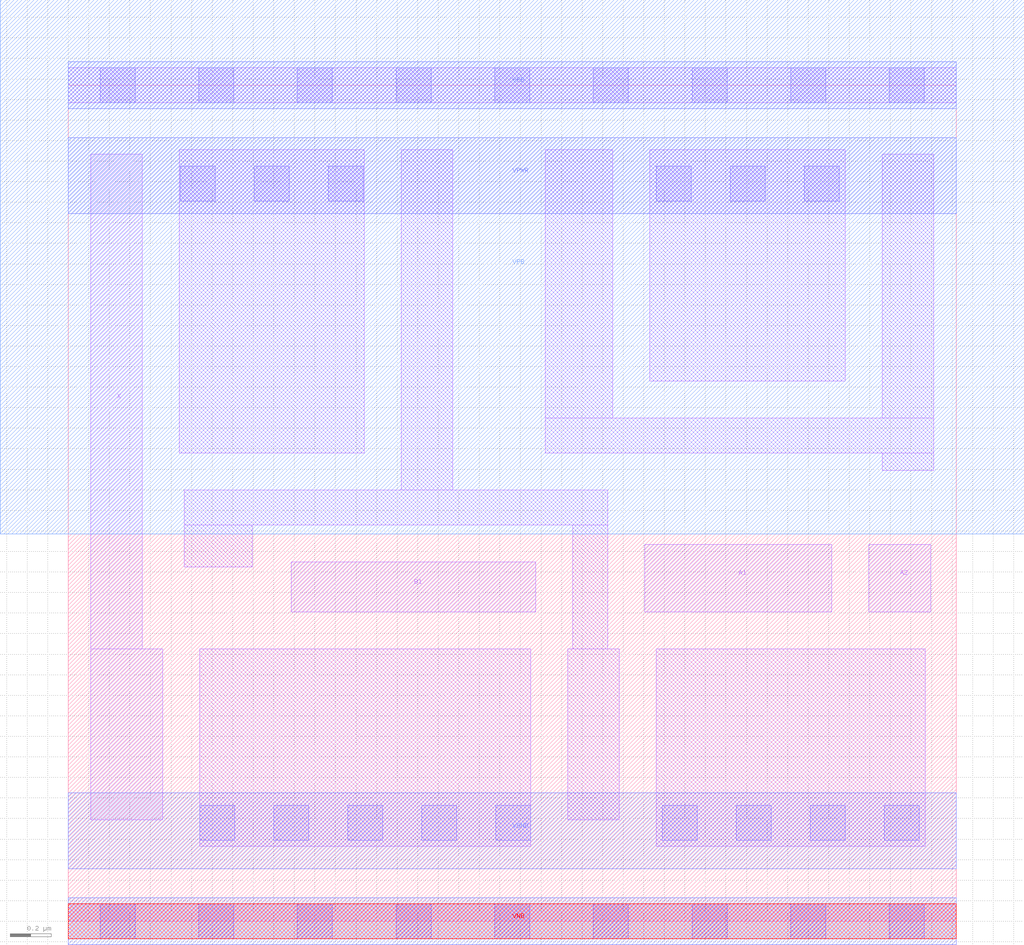
<source format=lef>
# Copyright 2020 The SkyWater PDK Authors
#
# Licensed under the Apache License, Version 2.0 (the "License");
# you may not use this file except in compliance with the License.
# You may obtain a copy of the License at
#
#     https://www.apache.org/licenses/LICENSE-2.0
#
# Unless required by applicable law or agreed to in writing, software
# distributed under the License is distributed on an "AS IS" BASIS,
# WITHOUT WARRANTIES OR CONDITIONS OF ANY KIND, either express or implied.
# See the License for the specific language governing permissions and
# limitations under the License.
#
# SPDX-License-Identifier: Apache-2.0

VERSION 5.7 ;
  NOWIREEXTENSIONATPIN ON ;
  DIVIDERCHAR "/" ;
  BUSBITCHARS "[]" ;
MACRO sky130_fd_sc_hvl__a21o_1
  CLASS CORE ;
  FOREIGN sky130_fd_sc_hvl__a21o_1 ;
  ORIGIN  0.000000  0.000000 ;
  SIZE  4.320000 BY  4.070000 ;
  SYMMETRY X Y ;
  SITE unithv ;
  PIN A1
    ANTENNAGATEAREA  1.125000 ;
    DIRECTION INPUT ;
    USE SIGNAL ;
    PORT
      LAYER li1 ;
        RECT 2.805000 1.505000 3.715000 1.835000 ;
    END
  END A1
  PIN A2
    ANTENNAGATEAREA  1.125000 ;
    DIRECTION INPUT ;
    USE SIGNAL ;
    PORT
      LAYER li1 ;
        RECT 3.895000 1.505000 4.195000 1.835000 ;
    END
  END A2
  PIN B1
    ANTENNAGATEAREA  1.125000 ;
    DIRECTION INPUT ;
    USE SIGNAL ;
    PORT
      LAYER li1 ;
        RECT 1.085000 1.505000 2.275000 1.750000 ;
    END
  END B1
  PIN X
    ANTENNADIFFAREA  0.611250 ;
    DIRECTION OUTPUT ;
    USE SIGNAL ;
    PORT
      LAYER li1 ;
        RECT 0.110000 0.495000 0.460000 1.325000 ;
        RECT 0.110000 1.325000 0.360000 3.735000 ;
    END
  END X
  PIN VGND
    DIRECTION INOUT ;
    USE GROUND ;
    PORT
      LAYER met1 ;
        RECT 0.000000 0.255000 4.320000 0.625000 ;
    END
  END VGND
  PIN VNB
    DIRECTION INOUT ;
    USE GROUND ;
    PORT
      LAYER met1 ;
        RECT 0.000000 -0.115000 4.320000 0.115000 ;
      LAYER pwell ;
        RECT 0.000000 -0.085000 4.320000 0.085000 ;
    END
  END VNB
  PIN VPB
    DIRECTION INOUT ;
    USE POWER ;
    PORT
      LAYER met1 ;
        RECT 0.000000 3.955000 4.320000 4.185000 ;
      LAYER nwell ;
        RECT -0.330000 1.885000 4.650000 4.485000 ;
    END
  END VPB
  PIN VPWR
    DIRECTION INOUT ;
    USE POWER ;
    PORT
      LAYER met1 ;
        RECT 0.000000 3.445000 4.320000 3.815000 ;
    END
  END VPWR
  OBS
    LAYER li1 ;
      RECT 0.000000 -0.085000 4.320000 0.085000 ;
      RECT 0.000000  3.985000 4.320000 4.155000 ;
      RECT 0.540000  2.280000 1.440000 3.755000 ;
      RECT 0.565000  1.725000 0.895000 1.930000 ;
      RECT 0.565000  1.930000 2.625000 2.100000 ;
      RECT 0.640000  0.365000 2.250000 1.325000 ;
      RECT 1.620000  2.100000 1.870000 3.755000 ;
      RECT 2.320000  2.280000 4.210000 2.450000 ;
      RECT 2.320000  2.450000 2.650000 3.755000 ;
      RECT 2.430000  0.495000 2.680000 1.325000 ;
      RECT 2.455000  1.325000 2.625000 1.930000 ;
      RECT 2.830000  2.630000 3.780000 3.755000 ;
      RECT 2.860000  0.365000 4.170000 1.325000 ;
      RECT 3.960000  2.195000 4.210000 2.280000 ;
      RECT 3.960000  2.450000 4.210000 3.735000 ;
    LAYER mcon ;
      RECT 0.155000 -0.085000 0.325000 0.085000 ;
      RECT 0.155000  3.985000 0.325000 4.155000 ;
      RECT 0.545000  3.505000 0.715000 3.675000 ;
      RECT 0.635000 -0.085000 0.805000 0.085000 ;
      RECT 0.635000  3.985000 0.805000 4.155000 ;
      RECT 0.640000  0.395000 0.810000 0.565000 ;
      RECT 0.905000  3.505000 1.075000 3.675000 ;
      RECT 1.000000  0.395000 1.170000 0.565000 ;
      RECT 1.115000 -0.085000 1.285000 0.085000 ;
      RECT 1.115000  3.985000 1.285000 4.155000 ;
      RECT 1.265000  3.505000 1.435000 3.675000 ;
      RECT 1.360000  0.395000 1.530000 0.565000 ;
      RECT 1.595000 -0.085000 1.765000 0.085000 ;
      RECT 1.595000  3.985000 1.765000 4.155000 ;
      RECT 1.720000  0.395000 1.890000 0.565000 ;
      RECT 2.075000 -0.085000 2.245000 0.085000 ;
      RECT 2.075000  3.985000 2.245000 4.155000 ;
      RECT 2.080000  0.395000 2.250000 0.565000 ;
      RECT 2.555000 -0.085000 2.725000 0.085000 ;
      RECT 2.555000  3.985000 2.725000 4.155000 ;
      RECT 2.860000  3.505000 3.030000 3.675000 ;
      RECT 2.890000  0.395000 3.060000 0.565000 ;
      RECT 3.035000 -0.085000 3.205000 0.085000 ;
      RECT 3.035000  3.985000 3.205000 4.155000 ;
      RECT 3.220000  3.505000 3.390000 3.675000 ;
      RECT 3.250000  0.395000 3.420000 0.565000 ;
      RECT 3.515000 -0.085000 3.685000 0.085000 ;
      RECT 3.515000  3.985000 3.685000 4.155000 ;
      RECT 3.580000  3.505000 3.750000 3.675000 ;
      RECT 3.610000  0.395000 3.780000 0.565000 ;
      RECT 3.970000  0.395000 4.140000 0.565000 ;
      RECT 3.995000 -0.085000 4.165000 0.085000 ;
      RECT 3.995000  3.985000 4.165000 4.155000 ;
  END
END sky130_fd_sc_hvl__a21o_1
END LIBRARY

</source>
